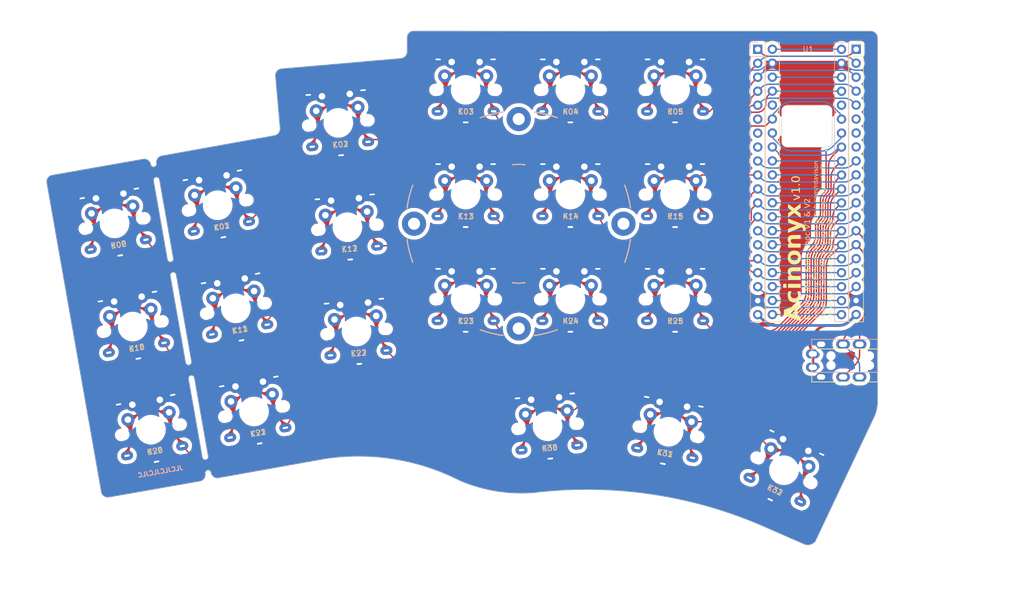
<source format=kicad_pcb>
(kicad_pcb (version 20221018) (generator pcbnew)
  (title_block (title "Acinonyx") (date "2023-11-13") (rev "rev1.0") (comment 1 "Based on Cantor by Diego Palacios https://github.com/diepala/cantor") (comment 2 "Based on Cantor MX by Ryan Neff https://github.com/JellyTitan") (comment 3 "Acinonyx by Richard Davison https://github.com/rdavison/acinonyx") (comment 4 "Supports Cherry MX Switches, as well as Kailh Choc V1 & V2"))
  (layers (0 "F.Cu" signal) (31 "B.Cu" signal) (34 "B.Paste" user) (35 "F.Paste" user) (36 "B.SilkS" user "B.Silkscreen") (37 "F.SilkS" user "F.Silkscreen") (38 "B.Mask" user) (39 "F.Mask" user) (44 "Edge.Cuts" user))
  (net 0 "")
  (net 1 "+3V3")
  (net 2 "GND")
  (net 3 "/TX")
  (net 4 "/RX")
  (net 5 "/k00")
  (net 6 "/k01")
  (net 7 "/k02")
  (net 8 "/k03")
  (net 9 "/k04")
  (net 10 "/k05")
  (net 11 "/k10")
  (net 12 "/k11")
  (net 13 "/k12")
  (net 14 "/k13")
  (net 15 "/k14")
  (net 16 "/k15")
  (net 17 "/k20")
  (net 18 "/k21")
  (net 19 "/k22")
  (net 20 "/k23")
  (net 21 "/k24")
  (net 22 "/k25")
  (net 23 "/k30")
  (net 24 "/k31")
  (net 25 "/k32")
  (net 26 "unconnected-(U1-PB12-Pad1)")
  (net 30 "unconnected-(U1-PA12-Pad9)")
  (net 31 "unconnected-(U1-5V-Pad18)")
  (net 32 "unconnected-(U1-VBat-Pad21)")
  (net 33 "unconnected-(U1-PC13-Pad22)")
  (net 34 "unconnected-(U1-PC14-Pad23)")
  (net 35 "unconnected-(U1-PC15-Pad24)")
  (net 36 "unconnected-(U1-RES-Pad25)")
  (net 38 "unconnected-(U1-5V-Pad40)")
  (footprint "Cantor_MX:CherryMX_ChocV2_1u_DS" (layer "F.Cu") (at 164 96.1)
    (fp_text reference "K25" hide)
    (fp_text value "KEYSW" hide)
  )
  (footprint "Cantor_MX:Tenting_Puck.kicad_mod" (layer "F.Cu") (at 135.56 82.35)
    (fp_text reference "REF**")
    (fp_text value "Tenting Puck")
  )
  (footprint "Cantor_MX:CherryMX_ChocV2_1u_DS" (layer "F.Cu") (at 144.95 96.1)
    (fp_text reference "K24" hide)
    (fp_text value "KEYSW" hide)
  )
  (footprint "Cantor_MX:CherryMX_ChocV2_1u_DS" (layer "F.Cu") (at 87.409067 116.513358 10)
    (fp_text reference "K21" hide)
    (fp_text value "KEYSW" hide)
  )
  (footprint "LOGO" (layer "F.Cu") (at 116.2 118.71)
    (fp_text reference "G***" hide)
    (fp_text value "LOGO" hide)
  )
  (footprint "Cantor_MX:CherryMX_ChocV2_1u_DS" (layer "F.Cu") (at 102.735453 64.011386 5)
    (fp_text reference "K02" hide)
    (fp_text value "KEYSW" hide)
  )
  (footprint "Cantor_MX:CherryMX_ChocV2_1u_DS" (layer "F.Cu") (at 65.340482 101.060768 10)
    (fp_text reference "K10" hide)
    (fp_text value "KEYSW" hide)
  )
  (footprint "Cantor_MX:CherryMX_ChocV2_1u_DS" (layer "F.Cu") (at 144.95 58)
    (fp_text reference "K04" hide)
    (fp_text value "KEYSW" hide)
  )
  (footprint "Cantor_MX:CherryMX_ChocV2_1u_DS" (layer "F.Cu") (at 104.39577 82.988895 5)
    (fp_text reference "K12" hide)
    (fp_text value "KEYSW" hide)
  )
  (footprint "Cantor_MX:CherryMX_ChocV2_1u_DS" (layer "F.Cu") (at 140.8 119.2 5)
    (fp_text reference "K30" hide)
    (fp_text value "KEYSW" hide)
  )
  (footprint "Cantor_MX:CherryMX_ChocV2_1u_DS" (layer "F.Cu") (at 80.793071 78.992183 10)
    (fp_text reference "K01" hide)
    (fp_text value "KEYSW" hide)
  )
  (footprint "Cantor_MX:CherryMX_ChocV2_1u_DS" (layer "F.Cu") (at 144.95 77.05)
    (fp_text reference "K14" hide)
    (fp_text value "KEYSW" hide)
  )
  (footprint "Cantor_MX:CherryMX_ChocV2_1u_DS" (layer "F.Cu") (at 125.9 96.1)
    (fp_text reference "K23" hide)
    (fp_text value "KEYSW" hide)
  )
  (footprint "Cantor_MX:CherryMX_ChocV2_1u_DS" (layer "F.Cu") (at 125.9 58)
    (fp_text reference "K03" hide)
    (fp_text value "KEYSW" hide)
  )
  (footprint "Cantor_MX:CherryMX_ChocV2_1u_DS" (layer "F.Cu") (at 106.056087 101.966404 5)
    (fp_text reference "K22" hide)
    (fp_text value "KEYSW" hide)
  )
  (footprint "Cantor_MX:MJ-4PP-9_Cantor_MX_TX-RX_Crossover" (layer "F.Cu") (at 200.86 108.12 -90)
    (fp_text reference "J1")
    (fp_text value "TRRS" hide)
  )
  (footprint "Cantor_MX:CherryMX_ChocV2_1u_DS" (layer "F.Cu") (at 164 77.05)
    (fp_text reference "K15" hide)
    (fp_text value "KEYSW" hide)
  )
  (footprint "Cantor_MX:CherryMX_ChocV2_1u_DS" (layer "F.Cu") (at 183.8 127.2 -25)
    (fp_text reference "K32" hide)
    (fp_text value "KEYSW" hide)
  )
  (footprint "Cantor_MX:CherryMX_ChocV2_1u_DS" (layer "F.Cu") (at 84.101069 97.75277 10)
    (fp_text reference "K11" hide)
    (fp_text value "KEYSW" hide)
  )
  (footprint "Cantor_MX:Cantor_DS_YAAJ_WeAct_BlackPill_2" (layer "F.Cu") (at 179.155 50.6)
    (fp_text reference "U1")
    (fp_text value "YAAJ_WeAct_BlackPill_Part_Like" hide)
  )
  (footprint "Cantor_MX:CherryMX_ChocV2_1u_DS" (layer "F.Cu") (at 164 58)
    (fp_text reference "K05" hide)
    (fp_text value "KEYSW" hide)
  )
  (footprint "Cantor_MX:CherryMX_ChocV2_1u_DS" (layer "F.Cu") (at 68.64848 119.821356 10)
    (fp_text reference "K20" hide)
    (fp_text value "KEYSW" hide)
  )
  (footprint "Cantor_MX:CherryMX_ChocV2_1u_DS" (layer "F.Cu") (at 125.9 77.05)
    (fp_text reference "K13" hide)
    (fp_text value "KEYSW" hide)
  )
  (footprint "Cantor_MX:CherryMX_ChocV2_1u_DS" (layer "F.Cu") (at 62.032484 82.300181 10)
    (fp_text reference "K00" hide)
    (fp_text value "KEYSW" hide)
  )
  (footprint "Cantor_MX:CherryMX_ChocV2_1u_DS" (layer "F.Cu") (at 162.8 120.2 -10)
    (fp_text reference "K31" hide)
    (fp_text value "KEYSW" hide)
  )
  (gr_line (start 72.215481 91.791967) (end 75.002574 107.598615) (stroke (width 0.1)) (layer "Edge.Cuts"))
  (gr_arc (start 115.226552 51.006896) (mid 114.864376 51.881273) (end 113.99 52.243452) (stroke (width 0.1)) (layer "Edge.Cuts"))
  (gr_arc (start 192.585 67.41) (mid 192.292107 68.117107) (end 191.585 68.41) (stroke (width 0.1)) (layer "Edge.Cuts"))
  (gr_line (start 75.987382 107.424968) (end 73.200289 91.61832) (stroke (width 0.1)) (layer "Edge.Cuts"))
  (gr_line (start 80.967806 128.606927) (end 100.160267 125.170296) (stroke (width 0.1)) (layer "Edge.Cuts"))
  (gr_line (start 189.53 140.16) (end 200.148728 117.713239) (stroke (width 0.1)) (layer "Edge.Cuts"))
  (gr_line (start 75.523518 110.553038) (end 78.041115 124.831269) (stroke (width 0.1)) (layer "Edge.Cuts"))
  (gr_arc (start 183.385 61.81) (mid 183.677952 61.102952) (end 184.385 60.81) (stroke (width 0.1)) (layer "Edge.Cuts"))
  (gr_line (start 183.385 67.41) (end 183.385 61.81) (stroke (width 0.1)) (layer "Edge.Cuts"))
  (gr_arc (start 75.929098 109.973811) (mid 76.302711 110.056638) (end 76.508326 110.379391) (stroke (width 0.1)) (layer "Edge.Cuts"))
  (gr_line (start 191.585 68.41) (end 184.385 68.41) (stroke (width 0.1)) (layer "Edge.Cuts"))
  (gr_line (start 70.615935 69.955644) (end 90.97468 66.287243) (stroke (width 0.1)) (layer "Edge.Cuts"))
  (gr_line (start 199.57 47.29) (end 157.01 47.29) (stroke (width 0.1)) (layer "Edge.Cuts"))
  (gr_line (start 115.226552 48.48) (end 115.226552 51.006896) (stroke (width 0.1)) (layer "Edge.Cuts"))
  (gr_line (start 116.463104 47.243448) (end 137.903104 47.3) (stroke (width 0.1)) (layer "Edge.Cuts"))
  (gr_arc (start 79.025923 124.657621) (mid 78.943096 125.031227) (end 78.620343 125.236849) (stroke (width 0.1)) (layer "Edge.Cuts"))
  (gr_line (start 192.577893 61.81) (end 192.585 67.41) (stroke (width 0.1)) (layer "Edge.Cuts"))
  (gr_line (start 137.903104 47.3) (end 157.01 47.29) (stroke (width 0.1)) (layer "Edge.Cuts"))
  (gr_line (start 69.16699 74.502886) (end 71.694536 88.837544) (stroke (width 0.1)) (layer "Edge.Cuts"))
  (gr_arc (start 69.57257 73.923658) (mid 69.94618 74.006483) (end 70.151798 74.329237) (stroke (width 0.1)) (layer "Edge.Cuts"))
  (gr_arc (start 199.57 47.29) (mid 200.482631 47.638814) (end 200.86 48.54) (stroke (width 0.1)) (layer "Edge.Cuts"))
  (gr_line (start 92.403842 54.117645) (end 113.99 52.243452) (stroke (width 0.1)) (layer "Edge.Cuts"))
  (gr_arc (start 200.86 114.89) (mid 200.666067 116.342358) (end 200.148728 117.713239) (stroke (width 0.1)) (layer "Edge.Cuts"))
  (gr_arc (start 72.273764 89.243124) (mid 71.900144 89.160285) (end 71.694536 88.837544) (stroke (width 0.1)) (layer "Edge.Cuts"))
  (gr_arc (start 75.581801 108.004196) (mid 75.208189 107.921367) (end 75.002574 107.598615) (stroke (width 0.1)) (layer "Edge.Cuts"))
  (gr_arc (start 191.577893 60.81) (mid 192.285004 61.102891) (end 192.577893 61.81) (stroke (width 0.1)) (layer "Edge.Cuts"))
  (gr_arc (start 78.562059 127.785693) (mid 78.644899 127.412107) (end 78.96764 127.206465) (stroke (width 0.1)) (layer "Edge.Cuts"))
  (gr_arc (start 138.43 131.299999) (mid 131.503697 131.043364) (end 124.845278 129.118525) (stroke (width 0.1)) (layer "Edge.Cuts"))
  (gr_arc (start 80.967806 128.606927) (mid 80.053069 128.409964) (end 79.548636 127.621846) (stroke (width 0.1)) (layer "Edge.Cuts"))
  (gr_arc (start 78.562059 127.785693) (mid 78.365132 128.700485) (end 77.576979 129.204862) (stroke (width 0.1)) (layer "Edge.Cuts"))
  (gr_arc (start 69.225273 71.954042) (mid 68.84756 71.868347) (end 68.644276 71.53866) (stroke (width 0.1)) (layer "Edge.Cuts"))
  (gr_arc (start 72.621061 91.21274) (mid 72.994675 91.295579) (end 73.200289 91.61832) (stroke (width 0.1)) (layer "Edge.Cuts"))
  (gr_arc (start 91.266371 55.458436) (mid 91.555295 54.550667) (end 92.403842 54.117645) (stroke (width 0.1)) (layer "Edge.Cuts"))
  (gr_line (start 79.025923 124.657621) (end 76.508326 110.379391) (stroke (width 0.1)) (layer "Edge.Cuts"))
  (gr_line (start 179.698533 137.269449) (end 187.513868 140.691488) (stroke (width 0.1)) (layer "Edge.Cuts"))
  (gr_arc locked (start 61.004224 132.127046) (mid 60.089458 131.930106) (end 59.585054 131.141964) (stroke (width 0.1)) (layer "Edge.Cuts"))
  (gr_arc (start 69.16699 74.502886) (mid 69.249814 74.129285) (end 69.57257 73.923658) (stroke (width 0.1)) (layer "Edge.Cuts"))
  (gr_arc (start 49.669145 74.906046) (mid 49.873987 73.982064) (end 50.672186 73.473555) (stroke (width 0.1)) (layer "Edge.Cuts"))
  (gr_arc (start 92.098754 64.947624) (mid 91.814153 65.85023) (end 90.97468 66.287243) (stroke (width 0.1)) (layer "Edge.Cuts"))
  (gr_line (start 184.385 60.81) (end 191.577893 60.81) (stroke (width 0.1)) (layer "Edge.Cuts"))
  (gr_arc (start 100.160267 125.170296) (mid 112.814122 125.1978) (end 124.845278 129.118525) (stroke (width 0.1)) (layer "Edge.Cuts"))
  (gr_line (start 50.672186 73.473555) (end 67.225106 70.55358) (stroke (width 0.1)) (layer "Edge.Cuts"))
  (gr_arc (start 69.630853 71.374814) (mid 69.548055 71.748461) (end 69.225273 71.954042) (stroke (width 0.1)) (layer "Edge.Cuts"))
  (gr_arc (start 72.679345 88.663897) (mid 72.596468 89.037458) (end 72.273764 89.243124) (stroke (width 0.1)) (layer "Edge.Cuts"))
  (gr_arc (start 67.225106 70.55358) (mid 68.13987 70.750518) (end 68.644276 71.53866) (stroke (width 0.1)) (layer "Edge.Cuts"))
  (gr_arc (start 78.96764 127.206465) (mid 79.345354 127.292171) (end 79.548636 127.621846) (stroke (width 0.1)) (layer "Edge.Cuts"))
  (gr_arc (start 115.226552 48.48) (mid 115.58873 47.605627) (end 116.463104 47.243448) (stroke (width 0.1)) (layer "Edge.Cuts"))
  (gr_arc (start 78.620343 125.236849) (mid 78.246724 125.154013) (end 78.041115 124.831269) (stroke (width 0.1)) (layer "Edge.Cuts"))
  (gr_arc (start 69.630853 71.374814) (mid 69.827777 70.460025) (end 70.615935 69.955644) (stroke (width 0.1)) (layer "Edge.Cuts"))
  (gr_arc (start 184.385 68.41) (mid 183.680787 68.114213) (end 183.385 67.41) (stroke (width 0.1)) (layer "Edge.Cuts"))
  (gr_line (start 91.266371 55.458436) (end 92.098754 64.947624) (stroke (width 0.1)) (layer "Edge.Cuts"))
  (gr_arc (start 138.43 131.3) (mid 159.45772 131.564663) (end 179.698533 137.269449) (stroke (width 0.1)) (layer "Edge.Cuts"))
  (gr_line (start 77.576979 129.204862) (end 61.004224 132.127046) (stroke (width 0.1)) (layer "Edge.Cuts"))
  (gr_arc (start 75.987382 107.424968) (mid 75.904553 107.79858) (end 75.581801 108.004196) (stroke (width 0.1)) (layer "Edge.Cuts"))
  (gr_arc (start 72.215481 91.791967) (mid 72.298307 91.41836) (end 72.621061 91.21274) (stroke (width 0.1)) (layer "Edge.Cuts"))
  (gr_arc (start 75.523518 110.553038) (mid 75.606346 110.179426) (end 75.929098 109.973811) (stroke (width 0.1)) (layer "Edge.Cuts"))
  (gr_line (start 72.679345 88.663897) (end 70.151798 74.329237) (stroke (width 0.1)) (layer "Edge.Cuts"))
  (gr_line (start 200.86 114.89) (end 200.86 48.54) (stroke (width 0.1)) (layer "Edge.Cuts"))
  (gr_arc (start 189.53 140.16) (mid 188.605921 140.739577) (end 187.513868 140.691488) (stroke (width 0.1)) (layer "Edge.Cuts"))
  (gr_line locked (start 59.585054 131.141964) (end 49.669145 74.906046) (stroke (width 0.1)) (layer "Edge.Cuts"))
  (gr_text "JLCJLCJLCJLC" (at 74.61 127.15 10) (layer "B.SilkS") (effects (font (size 0.8 0.8) (thickness 0.2) bold) (justify left bottom mirror)))
  (gr_text "Acinonyx by Richard Davison | github.com/rdavison\nBased on Cantor MX by Diego Palacios / Ryan Neff\nhttps://github.com/diepala/cantor" (at 189.17 99.78 90) (layer "F.SilkS") (effects (font (size 0.8 0.8) (thickness 0.1875)) (justify left top)))
  (gr_text "Acinonyx" (at 185.6 100.1 90) (layer "F.SilkS") (effects (font (size 3 3) (thickness 0.6) bold) (justify left)))
  (gr_text "v1.0" (at 186.94 78.16 90) (layer "F.SilkS") (effects (font (size 1.5 1.5) (thickness 0.1875)) (justify left bottom)))
  (gr_text "Cherry MX | Kailh Choc V1 & V2" (at 187.52 99.82 90) (layer "F.SilkS") (effects (font (size 1 1) (thickness 0.125)) (justify left top)))
  (segment (start 191.806981 100.85) (end 193.818018 100.85) (width 0.5) (layer "F.Cu") (net 1))
  (segment (start 188.549432 103.895) (end 188.549432 104.448405) (width 0.5) (layer "F.Cu") (net 1))
  (segment (start 189.06 105.32) (end 189.06 108.47) (width 0.5) (layer "F.Cu") (net 1))
  (segment (start 189.883103 101.646896) (end 189.196032 102.333966) (width 0.5) (layer "F.Cu") (net 1))
  (segment (start 189.06 105.32) (end 188.804716 105.064716) (width 0.5) (layer "F.Cu") (net 1))
  (segment (start 195.741896 100.053103) (end 196.935 98.86) (width 0.5) (layer "F.Cu") (net 1))
  (arc (start 189.883103 101.646896) (mid 190.765786 101.057106) (end 191.806981 100.85) (width 0.5) (layer "F.Cu") (net 1))
  (arc (start 195.741896 100.053103) (mid 194.859213 100.642893) (end 193.818018 100.85) (width 0.5) (layer "F.Cu") (net 1))
  (arc (start 188.549432 103.895) (mid 188.717477 103.050174) (end 189.196032 102.333966) (width 0.5) (layer "F.Cu") (net 1))
  (arc (start 188.804716 105.064716) (mid 188.615778 104.78195) (end 188.549432 104.448405) (width 0.5) (layer "F.Cu") (net 1))
  (segment (start 180.208103 100.053103) (end 179.035 98.88) (width 0.5) (layer "B.Cu") (net 1))
  (segment (start 195.741896 100.053103) (end 196.935 98.86) (width 0.5) (layer "B.Cu") (net 1))
  (segment (start 182.131981 100.85) (end 193.818018 100.85) (width 0.5) (layer "B.Cu") (net 1))
  (segment (start 194.240857 55.68) (end 181.695 55.68) (width 0.25) (layer "B.Cu") (net 1))
  (arc (start 195.741896 100.053103) (mid 194.859213 100.642893) (end 193.818018 100.85) (width 0.5) (layer "B.Cu") (net 1))
  (arc (start 182.131981 100.85) (mid 181.090786 100.642893) (end 180.208103 100.053103) (width 0.5) (layer "B.Cu") (net 1))
  (segment (start 183.081562 53.14) (end 183.093515 53.14) (width 0.25) (layer "B.Cu") (net 2))
  (segment (start 183.093515 53.14) (end 194.240857 53.14) (width 0.25) (layer "B.Cu") (net 2))
  (segment (start 181.168883 97.59) (end 194.766974 97.59) (width 0.25) (layer "B.Cu") (net 2))
  (segment (start 182.603436 53.14) (end 183.081562 53.14) (width 0.25) (layer "B.Cu") (net 2))
  (segment (start 182.555623 53.14) (end 182.412186 53.14) (width 0.25) (layer "B.Cu") (net 2))
  (segment (start 179.66 96.965) (end 179.035 96.34) (width 0.25) (layer "B.Cu") (net 2))
  (segment (start 195.382833 53.764999) (end 195.008301 53.390468) (width 0.25) (layer "B.Cu") (net 2))
  (segment (start 182.555623 53.14) (end 182.603436 53.14) (width 0.25) (layer "B.Cu") (net 2))
  (segment (start 169.034142 52.484142) (end 169 52.45) (width 0.25) (layer "B.Cu") (net 2))
  (segment (start 196.94 54.41) (end 198.66 54.41) (width 0.25) (layer "B.Cu") (net 2))
  (segment (start 169.034142 53.174142) (end 169.034142 52.484142) (width 0.25) (layer "B.Cu") (net 2))
  (segment (start 170.250009 54.390009) (end 169.034142 53.174142) (width 0.25) (layer "B.Cu") (net 2))
  (segment (start 180.659531 53.410468) (end 180.284999 53.784999) (width 0.25) (layer "B.Cu") (net 2))
  (segment (start 179.157915 54.390009) (end 170.250009 54.390009) (width 0.25) (layer "B.Cu") (net 2))
  (segment (start 196.3 96.955) (end 196.935 96.32) (width 0.25) (layer "B.Cu") (net 2))
  (arc (start 181.3125 53.14) (mid 180.959115 53.210292) (end 180.659531 53.410468) (width 0.25) (layer "B.Cu") (net 2))
  (arc (start 195.008301 53.390468) (mid 194.708717 53.190292) (end 194.355332 53.12) (width 0.25) (layer "B.Cu") (net 2))
  (arc (start 194.766974 97.59) (mid 195.596641 97.424968) (end 196.3 96.955) (width 0.25) (layer "B.Cu") (net 2))
  (arc (start 180.284999 53.784999) (mid 179.765926 54.169972) (end 179.157915 54.390009) (width 0.25) (layer "B.Cu") (net 2))
  (arc (start 195.382833 53.764999) (mid 196.097267 54.242369) (end 196.94 54.41) (width 0.25) (layer "B.Cu") (net 2))
  (arc (start 181.168883 97.59) (mid 180.352281 97.427567) (end 179.66 96.965) (width 0.25) (layer "B.Cu") (net 2))
  (segment (start 197.94 100.49) (end 198.32 100.11) (width 0.25) (layer "F.Cu") (net 3))
  (segment (start 198.98 86.791981) (end 198.98 98.516619) (width 0.25) (layer "F.Cu") (net 3))
  (segment (start 197.56 104.27) (end 197.56 101.407401) (width 0.25) (layer "F.Cu") (net 3))
  (segment (start 198.183103 84.868103) (end 196.935 83.62) (width 0.25) (layer "F.Cu") (net 3))
  (segment (start 196.763103 108.016896) (end 194.56 110.22) (width 0.25) (layer "F.Cu") (net 3))
  (segment (start 197.56 106.093018) (end 197.56 104.27) (width 0.25) (layer "F.Cu") (net 3))
  (arc (start 198.98 98.516619) (mid 198.808471 99.37895) (end 198.32 100.11) (width 0.25) (layer "F.Cu") (net 3))
  (arc (start 197.56 106.093018) (mid 197.352893 107.134213) (end 196.763103 108.016896) (width 0.25) (layer "F.Cu") (net 3))
  (arc (start 198.98 86.791981) (mid 198.772893 85.750786) (end 198.183103 84.868103) (width 0.25) (layer "F.Cu") (net 3))
  (arc (start 197.94 100.49) (mid 197.658758 100.910907) (end 197.56 101.407401) (width 0.25) (layer "F.Cu") (net 3))
  (segment (start 196.29 84.265) (end 196.935 83.62) (width 0.25) (layer "B.Cu") (net 3))
  (segment (start 179.67 84.275) (end 179.035 83.64) (width 0.25) (layer "B.Cu") (net 3))
  (segment (start 194.732832 84.91) (end 181.203025 84.91) (width 0.25) (layer "B.Cu") (net 3))
  (arc (start 179.67 84.275) (mid 180.373357 84.744968) (end 181.203025 84.91) (width 0.25) (layer "B.Cu") (net 3))
  (arc (start 194.732832 84.91) (mid 195.575565 84.742369) (end 196.29 84.265) (width 0.25) (layer "B.Cu") (net 3))
  (segment (start 195.031231 102.748768) (end 197.733592 100.046407) (width 0.25) (layer "F.Cu") (net 4))
  (segment (start 197.733592 86.958592) (end 196.935 86.16) (width 0.25) (layer "F.Cu") (net 4))
  (segment (start 198.530489 98.122529) (end 198.530489 88.88247) (width 0.25) (layer "F.Cu") (net 4))
  (arc (start 198.530489 88.88247) (mid 198.323382 87.841275) (end 197.733592 86.958592) (width 0.25) (layer "F.Cu") (net 4))
  (arc (start 195.031231 102.748768) (mid 194.756479 103.159963) (end 194.66 103.645) (width 0.25) (layer "F.Cu") (net 4))
  (arc (start 197.733592 100.046407) (mid 198.323382 99.163724) (end 198.530489 98.122529) (width 0.25) (layer "F.Cu") (net 4))
  (segment (start 194.749903 87.44) (end 181.185954 87.44) (width 0.25) (layer "B.Cu") (net 4))
  (segment (start 197.56 108.396981) (end 197.56 110.22) (width 0.25) (layer "B.Cu") (net 4))
  (segment (start 179.665 86.81) (end 179.035 86.18) (width 0.25) (layer "B.Cu") (net 4))
  (segment (start 196.763103 106.473103) (end 194.56 104.27) (width 0.25) (layer "B.Cu") (net 4))
  (segment (start 196.295 86.8) (end 196.935 86.16) (width 0.25) (layer "B.Cu") (net 4))
  (arc (start 179.665 86.81) (mid 180.362819 87.276268) (end 181.185954 87.44) (width 0.25) (layer "B.Cu") (net 4))
  (arc (start 196.763103 106.473103) (mid 197.352893 107.355786) (end 197.56 108.396981) (width 0.25) (layer "B.Cu") (net 4))
  (arc (start 194.749903 87.44) (mid 195.586103 87.273669) (end 196.295 86.8) (width 0.25) (layer "B.Cu") (net 4))
  (segment (start 116.926396 67.93) (end 109.07 70.42) (width 0.25) (layer "F.Cu") (net 5))
  (segment (start 91.79 86.79) (end 77.46 89.39) (width 0.25) (layer "F.Cu") (net 5))
  (segment (start 77.46 89.39) (end 71.91 90.29) (width 0.25) (layer "F.Cu") (net 5))
  (segment (start 109.07 70.42) (end 94.41 74.94) (width 0.25) (layer "F.Cu") (net 5))
  (segment (start 180.425519 64.569481) (end 181.695 63.3) (width 0.25) (layer "F.Cu") (net 5))
  (segment (start 175.406914 64.569481) (end 180.425519 64.569481) (width 0.25) (layer "F.Cu") (net 5))
  (segment (start 152.473018 67.93) (end 116.926396 67.93) (width 0.25) (layer "F.Cu") (net 5))
  (segment (start 152.27 67.94) (end 172.036395 67.94) (width 0.25) (layer "F.Cu") (net 5))
  (segment (start 94.41 74.94) (end 91.79 86.79) (width 0.25) (layer "F.Cu") (net 5))
  (segment (start 71.91 90.29) (end 67.732231 85.255326) (width 0.25) (layer "F.Cu") (net 5))
  (segment (start 172.036395 67.94) (end 175.406914 64.569481) (width 0.25) (layer "F.Cu") (net 5))
  (segment (start 152.26 67.93) (end 152.27 67.94) (width 0.25) (layer "F.Cu") (net 5))
  (segment (start 181.997092 62.252908) (end 183.322908 60.927092) (width 0.25) (layer "B.Cu") (net 5))
  (segment (start 190.692822 60.130196) (end 185.246786 60.130196) (width 0.25) (layer "B.Cu") (net 5))
  (segment (start 193.990193 62.300586) (end 192.6167 60.927093) (width 0.25) (layer "B.Cu") (net 5))
  (arc (start 190.692822 60.130196) (mid 191.734017 60.337303) (end 192.6167 60.927093) (width 0.25) (layer "B.Cu") (net 5))
  (arc (start 183.322908 60.927092) (mid 184.205591 60.337303) (end 185.246786 60.130196) (width 0.25) (layer "B.Cu") (net 5))
  (arc (start 193.990193 62.300586) (mid 194.200836 62.615835) (end 194.274803 62.987696) (width 0.25) (layer "B.Cu") (net 5))
  (arc (start 181.997092 62.252908) (mid 181.773366 62.587738) (end 181.694803 62.982696) (width 0.25) (layer "B.Cu") (net 5))
  (segment (start 178.975533 62.06) (end 178.406981 62.06) (width 0.25) (layer "F.Cu") (net 6))
  (segment (start 180.5 60.259992) (end 180.5 60.535533) (width 0.25) (layer "F.Cu") (net 6))
  (segment (start 109.46 69.78) (end 94.17 74.42) (width 0.25) (layer "F.Cu") (net 6))
  (segment (start 94.17 74.42) (end 86.492818 81.947328) (width 0.25) (layer "F.Cu") (net 6))
  (segment (start 176.483103 62.856896) (end 171.849999 67.49) (width 0.25) (layer "F.Cu") (net 6))
  (segment (start 181.695 58.22) (end 181.0975 58.8175) (width 0.25) (layer "F.Cu") (net 6))
  (segment (start 116.739501 67.480499) (end 109.46 69.78) (width 0.25) (layer "F.Cu") (net 6))
  (segment (start 171.849999 67.49) (end 152.79 67.49) (width 0.25) (layer "F.Cu") (net 6))
  (segment (start 152.659207 67.480499) (end 116.739501 67.480499) (width 0.25) (layer "F.Cu") (net 6))
  (arc (start 180.5 60.535533) (mid 180.383956 61.118921) (end 180.053494 61.613494) (width 0.25) (layer "F.Cu") (net 6))
  (arc (start 180.053494 61.613494) (mid 179.558921 61.943956) (end 178.975533 62.06) (width 0.25) (layer "F.Cu") (net 6))
  (arc (start 178.406981 62.06) (mid 177.365786 62.267106) (end 176.483103 62.856896) (width 0.25) (layer "F.Cu") (net 6))
  (arc (start 181.0975 58.8175) (mid 180.655285 59.479321) (end 180.5 60.259992) (width 0.25) (layer "F.Cu") (net 6))
  (segment (start 194.240857 58.22) (end 181.695 58.22) (width 0.25) (layer "B.Cu") (net 6))
  (segment (start 108.577006 67.030998) (end 108.155953 67.452051) (width 0.25) (layer "F.Cu") (net 7))
  (segment (start 171.649001 67.030998) (end 151.95 67.030998) (width 0.25) (layer "F.Cu") (net 7))
  (segment (start 152.845396 67.030998) (end 108.577006 67.030998) (width 0.25) (layer "F.Cu") (net 7))
  (segment (start 177.498716 61.181283) (end 171.649001 67.030998) (width 0.25) (layer "F.Cu") (net 7))
  (arc (start 178.4675 60.78) (mid 177.943198 60.88429) (end 177.498716 61.181283) (width 0.25) (layer "F.Cu") (net 7))
  (segment (start 181.203025 59.51) (end 194.801116 59.51) (width 0.25) (layer "B.Cu") (net 7))
  (segment (start 179.67 60.145) (end 179.035 60.78) (width 0.25) (layer "B.Cu") (net 7))
  (segment (start 196.31 60.135) (end 196.935 60.76) (width 0.25) (layer "B.Cu") (net 7))
  (arc (start 196.31 60.135) (mid 195.617718 59.672432) (end 194.801116 59.51) (width 0.25) (layer "B.Cu") (net 7))
  (arc (start 179.67 60.145) (mid 180.373357 59.675031) (end 181.203025 59.51) (width 0.25) (layer "B.Cu") (net 7))
  (segment (start 171.462811 66.581497) (end 177.288476 60.755832) (width 0.25) (layer "F.Cu") (net 8))
  (segment (start 133.67 66.55) (end 131 61.9) (width 0.25) (layer "F.Cu") (net 8))
  (segment (start 177.296099 60.74728) (end 177.470042 60.573338) (width 0.25) (layer "F.Cu") (net 8))
  (segment (start 152.89 66.581497) (end 171.462811 66.581497) (width 0.25) (layer "F.Cu") (net 8))
  (segment (start 177.291523 60.748476) (end 177.293213 60.748476) (width 0.25) (layer "F.Cu") (net 8))
  (segment (start 153.031585 66.581497) (end 133.67 66.55) (width 0.25) (layer "F.Cu") (net 8))
  (segment (start 178.013334 59.261665) (end 179.035 58.24) (width 0.25) (layer "F.Cu") (net 8))
  (arc (start 177.293213 60.748476) (mid 177.294775 60.748165) (end 177.296099 60.74728) (width 0.25) (layer "F.Cu") (net 8))
  (arc (start 177.288476 60.755832) (mid 177.289586 60.754133) (end 177.29 60.752154) (width 0.25) (layer "F.Cu") (net 8))
  (arc (start 177.470042 60.573338) (mid 177.671091 60.272449) (end 177.74169 59.9175) (width 0.25) (layer "F.Cu") (net 8))
  (arc (start 177.74169 59.9175) (mid 177.812288 59.562551) (end 178.013334 59.261665) (width 0.25) (layer "F.Cu") (net 8))
  (arc (start 177.29 60.752154) (mid 177.290395 60.750163) (end 177.291523 60.748476) (width 0.25) (layer "F.Cu") (net 8))
  (segment (start 196.31 57.595) (end 196.935 58.22) (width 0.25) (layer "B.Cu") (net 8))
  (segment (start 181.203025 56.97) (end 194.801116 56.97) (width 0.25) (layer "B.Cu") (net 8))
  (segment (start 179.67 57.605) (end 179.035 58.24) (width 0.25) (layer "B.Cu") (net 8))
  (arc (start 194.801116 56.97) (mid 195.617718 57.132432) (end 196.31 57.595) (width 0.25) (layer "B.Cu") (net 8))
  (arc (start 181.203025 56.97) (mid 180.373357 57.135031) (end 179.67 57.605) (width 0.25) (layer "B.Cu") (net 8))
  (segment (start 178.936782 55.798217) (end 177.846032 56.888967) (width 0.25) (layer "F.Cu") (net 9))
  (segment (start 177.3 58.207207) (end 177.3 58.979414) (width 0.25) (layer "F.Cu") (net 9))
  (segment (start 176.503103 60.903292) (end 171.296395 66.11) (width 0.25) (layer "F.Cu") (net 9))
  (segment (start 150.476066 62.006066) (end 150.456066 62.006066) (width 0.25) (layer "F.Cu") (net 9))
  (segment (start 171.296395 66.11) (end 154.58 66.11) (width 0.25) (layer "F.Cu") (net 9))
  (segment (start 154.58 66.11) (end 150.476066 62.006066) (width 0.25) (layer "F.Cu") (net 9))
  (arc (start 177.846032 56.888967) (mid 177.441909 57.49378) (end 177.3 58.207207) (width 0.25) (layer "F.Cu") (net 9))
  (arc (start 177.3 58.979414) (mid 177.09289 60.020608) (end 176.503103 60.903292) (width 0.25) (layer "F.Cu") (net 9))
  (segment (start 196.315 55.06) (end 196.935 55.68) (width 0.25) (layer "B.Cu") (net 9))
  (segment (start 181.185954 54.44) (end 194.818187 54.44) (width 0.25) (layer "B.Cu") (net 9))
  (segment (start 179.665 55.07) (end 179.277184 55.457815) (width 0.25) (layer "B.Cu") (net 9))
  (arc (start 179.665 55.07) (mid 180.362819 54.603731) (end 181.185954 54.44) (width 0.25) (layer "B.Cu") (net 9))
  (arc (start 196.315 55.06) (mid 195.628256 54.601132) (end 194.818187 54.44) (width 0.25) (layer "B.Cu") (net 9))
  (segment (start 179.035 53.16) (end 170.295 61.9) (width 0.25) (layer "F.Cu") (net 10))
  (segment (start 170.295 61.9) (end 169.1 61.9) (width 0.25) (layer "F.Cu") (net 10))
  (segment (start 181.203025 51.89) (end 194.801116 51.89) (width 0.25) (layer "B.Cu") (net 10))
  (segment (start 179.67 52.525) (end 179.035 53.16) (width 0.25) (layer "B.Cu") (net 10))
  (segment (start 196.31 52.515) (end 196.935 53.14) (width 0.25) (layer "B.Cu") (net 10))
  (arc (start 196.31 52.515) (mid 195.617718 52.052432) (end 194.801116 51.89) (width 0.25) (layer "B.Cu") (net 10))
  (arc (start 179.67 52.525) (mid 180.373357 52.055031) (end 181.203025 51.89) (width 0.25) (layer "B.Cu") (net 10))
  (segment (start 116.952792 87.23) (end 173.573604 87.23) (width 0.25) (layer "F.Cu") (net 11))
  (segment (start 74.1 109.19) (end 85.94 106.98) (width 0.25) (layer "F.Cu") (net 11))
  (segment (start 95.19 105.43) (end 95.93 93.88) (width 0.25) (layer "F.Cu") (net 11))
  (segment (start 177.4 90.55) (end 177.782963 90.932963) (width 0.25) (layer "F.Cu") (net 11))
  (segment (start 71.9 105.48) (end 74.1 109.19) (width 0.25) (layer "F.Cu") (net 11))
  (segment (start 71.040229 104.015913) (end 71.9 105.48) (width 0.25) (layer "F.Cu") (net 11))
  (segment (start 95.22 105.46) (end 95.19 105.43) (width 0.25) (layer "F.Cu") (net 11))
  (segment (start 85.94 106.98) (end 92.99 105.81) (width 0.25) (layer "F.Cu") (net 11))
  (segment (start 175.983604 89.64) (end 177.4 89.64) (width 0.25) (layer "F.Cu") (net 11))
  (segment (start 92.99 105.81) (end 95.22 105.46) (width 0.25) (layer "F.Cu") (net 11))
  (segment (start 173.573604 87.23) (end 175.983604 89.64) (width 0.25) (layer "F.Cu") (net 11))
  (segment (start 177.4 89.64) (end 177.4 90.55) (width 0.25) (layer "F.Cu") (net 11))
  (segment (start 95.93 93.88) (end 106.71 90.48) (width 0.25) (layer "F.Cu") (net 11))
  (segment (start 111.98 88.81) (end 116.952792 87.23) (width 0.25) (layer "F.Cu") (net 11))
  (segment (start 106.71 90.48) (end 111.98 88.81) (width 0.25) (layer "F.Cu") (net 11))
  (arc (start 177.782963 90.932963) (mid 178.145205 91.175005) (end 178.5725 91.26) (width 0.25) (layer "F.Cu") (net 11))
  (segment (start 179.67 91.895) (end 179.035 91.26) (width 0.25) (layer "B.Cu") (net 11))
  (segment (start 181.203025 92.53) (end 194.732832 92.53) (width 0.25) (layer "B.Cu") (net 11))
  (segment (start 196.29 91.885) (end 196.935 91.24) (width 0.25) (layer "B.Cu") (net 11))
  (arc (start 196.29 91.885) (mid 195.575565 92.362369) (end 194.732832 92.53) (width 0.25) (layer "B.Cu") (net 11))
  (arc (start 179.67 91.895) (mid 180.373357 92.364968) (end 181.203025 92.53) (width 0.25) (layer "B.Cu") (net 11))
  (segment (start 95.78 93.38) (end 94.89 94.29) (width 0.25) (layer "F.Cu") (net 12))
  (segment (start 173.760499 86.780499) (end 116.765897 86.780499) (width 0.25) (layer "F.Cu") (net 12))
  (segment (start 116.765897 86.780499) (end 110.4 88.83) (width 0.25) (layer "F.Cu") (net 12))
  (segment (start 90.632085 100.707915) (end 89.800816 100.707915) (width 0.25) (layer "F.Cu") (net 12))
  (segment (start 110.4 88.83) (end 95.78 93.38) (width 0.25) (layer "F.Cu") (net 12))
  (segment (start 89.800816 99.939184) (end 89.800816 100.707915) (width 0.25) (layer "F.Cu") (net 12))
  (segment (start 176.060499 89.080499) (end 173.760499 86.780499) (width 0.25) (layer "F.Cu") (net 12))
  (segment (start 94.89 94.29) (end 89.800816 99.939184) (width 0.25) (layer "F.Cu") (net 12))
  (segment (start 177.955329 89.080499) (end 176.060499 89.080499) (width 0.25) (layer "F.Cu") (net 12))
  (arc (start 178.597505 88.814501) (mid 178.302872 89.011373) (end 177.955329 89.080499) (width 0.25) (layer "F.Cu") (net 12))
  (segment (start 179.67 89.355) (end 179.035 88.72) (width 0.25) (layer "B.Cu") (net 12))
  (segment (start 196.29 89.345) (end 196.935 88.7) (width 0.25) (layer "B.Cu") (net 12))
  (segment (start 181.203025 89.99) (end 194.732832 89.99) (width 0.25) (layer "B.Cu") (net 12))
  (arc (start 179.67 89.355) (mid 180.373357 89.824968) (end 181.203025 89.99) (width 0.25) (layer "B.Cu") (net 12))
  (arc (start 194.732832 89.99) (mid 195.575565 89.822369) (end 196.29 89.345) (width 0.25) (layer "B.Cu") (net 12))
  (segment (start 116.579002 86.330998) (end 112.9 86.27) (width 0.25) (layer "F.Cu") (net 13))
  (segment (start 112.9 86.27) (end 109.81627 86.42956) (width 0.25) (layer "F.Cu") (net 13))
  (segment (start 179.035 81.1) (end 173.804002 86.330998) (width 0.25) (layer "F.Cu") (net 13))
  (segment (start 173.804002 86.330998) (end 116.579002 86.330998) (width 0.25) (layer "F.Cu") (net 13))
  (segment (start 179.665 81.73) (end 179.035 81.1) (width 0.25) (layer "B.Cu") (net 13))
  (segment (start 181.185954 82.36) (end 194.749903 82.36) (width 0.25) (layer "B.Cu") (net 13))
  (segment (start 196.295 81.72) (end 196.935 81.08) (width 0.25) (layer "B.Cu") (net 13))
  (arc (start 181.185954 82.36) (mid 180.362819 82.196268) (end 179.665 81.73) (width 0.25) (layer "B.Cu") (net 13))
  (arc (start 196.295 81.72) (mid 195.586103 82.193669) (end 194.749903 82.36) (width 0.25) (layer "B.Cu") (net 13))
  (segment (start 176.836914 82.652091) (end 176.626974 82.862031) (width 0.25) (layer "F.Cu") (net 14))
  (segment (start 176.626974 82.871629) (end 173.617106 85.881497) (width 0.25) (layer "F.Cu") (net 14))
  (segment (start 179.035 78.56) (end 177.86 79.734999) (width 0.25) (layer "F.Cu") (net 14))
  (segment (start 173.617106 85.881497) (end 135.931497 85.881497) (width 0.25) (layer "F.Cu") (net 14))
  (segment (start 177.86 81.638603) (end 176.354301 83.144301) (width 0.25) (layer "F.Cu") (net 14))
  (segment (start 135.931497 85.881497) (end 131 80.95) (width 0.25) (layer "F.Cu") (net 14))
  (segment (start 176.626974 82.862031) (end 176.626974 82.871629) (width 0.25) (layer "F.Cu") (net 14))
  (segment (start 177.86 79.734999) (end 177.86 81.638603) (width 0.25) (layer "F.Cu") (net 14))
  (segment (start 194.749903 79.82) (end 181.185954 79.82) (width 0.25) (layer "B.Cu") (net 14))
  (segment (start 196.295 79.18) (end 196.935 78.54) (width 0.25) (layer "B.Cu") (net 14))
  (segment (start 179.665 79.19) (end 179.035 78.56) (width 0.25) (layer "B.Cu") (net 14))
  (arc (start 194.749903 79.82) (mid 195.586103 79.653669) (end 196.295 79.18) (width 0.25) (layer "B.Cu") (net 14))
  (arc (start 179.665 79.19) (mid 180.362819 79.656268) (end 181.185954 79.82) (width 0.25) (layer "B.Cu") (net 14))
  (segment (start 177.41 77.49) (end 178.88 76.02) (width 0.25) (layer "F.Cu") (net 15))
  (segment (start 173.398503 85.431497) (end 173.46 85.37) (width 0.25) (layer "F.Cu") (net 15))
  (segment (start 173.46 85.37) (end 173.482609 85.37) (width 0.25) (layer "F.Cu") (net 15))
  (segment (start 177.41 81.44261) (end 177.41 77.49) (width 0.25) (layer "F.Cu") (net 15))
  (segment (start 173.482609 85.37) (end 177.41 81.44261) (width 0.25) (layer "F.Cu") (net 15))
  (segment (start 152.38 85.42) (end 173.398503 85.431497) (width 0.25) (layer "F.Cu") (net 15))
  (segment (start 150.05 80.95) (end 152.38 85.42) (width 0.25) (layer "F.Cu") (net 15))
  (segment (start 196.295 76.64) (end 196.935 76) (width 0.25) (layer "B.Cu") (net 15))
  (segment (start 194.749903 77.28) (end 181.185954 77.28) (width 0.25) (layer "B.Cu") (net 15))
  (segment (start 179.665 76.65) (end 179.035 76.02) (width 0.25) (layer "B.Cu") (net 15))
  (arc (start 194.749903 77.28) (mid 195.586103 77.113669) (end 196.295 76.64) (width 0.25) (layer "B.Cu") (net 15))
  (arc (start 181.185954 77.28) (mid 180.362819 77.116268) (end 179.665 76.65) (width 0.25) (layer "B.Cu") (net 15))
  (segment (start 168.84 73.48) (end 167.81 74.51) (width 0.25) (layer "F.Cu") (net 16))
  (segment (start 179.035 73.48) (end 168.84 73.48) (width 0.25) (layer "F.Cu") (net 16))
  (segment (start 179.67 74.115) (end 179.035 73.48) (width 0.25) (layer "B.Cu") (net 16))
  (segment (start 181.203025 74.75) (end 194.732832 74.75) (width 0.25) (layer "B.Cu") (net 16))
  (segment (start 196.29 74.105) (end 196.935 73.46) (width 0.25) (layer "B.Cu") (net 16))
  (arc (start 194.732832 74.75) (mid 195.575565 74.582369) (end 196.29 74.105) (width 0.25) (layer "B.Cu") (net 16))
  (arc (start 179.67 74.115) (mid 180.373357 74.584968) (end 181.203025 74.75) (width 0.25) (layer "B.Cu") (net 16))
  (segment (start 179.211298 107.96012) (end 179.320704 107.853602) (width 0.25) (layer "F.Cu") (net 17))
  (segment (start 190.488902 88.032731) (end 190.651366 87.774166) (width 0.25) (layer "F.Cu") (net 17))
  (segment (start 177.852948 108.614274) (end 178.150654 108.546322) (width 0.25) (layer "F.Cu") (net 17))
  (segment (start 178.714 108.312973) (end 178.972557 108.15051) (width 0.25) (layer "F.Cu") (net 17))
  (segment (start 190.651366 87.774166) (end 190.841758 87.535417) (width 0.25) (layer "F.Cu") (net 17))
  (segment (start 190.15144 89.349944) (end 190.153424 89.197259) (width 0.25) (layer "F.Cu") (net 17))
  (segment (start 192.702289 80.920095) (end 192.740769 80.627806) (width 0.25) (layer "F.Cu") (net 17))
  (segment (start 190.149481 96.048573) (end 190.15144 95.895888) (width 0.25) (layer "F.Cu") (net 17))
  (segment (start 106.88 110.23) (end 111.81 109.11) (width 0.25) (layer "F.Cu") (net 17))
  (segment (start 191.013704 87.360697) (end 191.120218 87.251288) (width 0.25) (layer "F.Cu") (net 17))
  (segment (start 191.923827 82.936299) (end 192.032171 82.723662) (width 0.25) (layer "F.Cu") (net 17))
  (segment (start 178.150654 108.546322) (end 178.438879 108.445466) (width 0.25) (layer "F.Cu") (net 17))
  (segment (start 189.813987 97.213103) (end 189.946483 96.937974) (width 0.25) (layer "F.Cu") (net 17))
  (segment (start 189.461122 97.710415) (end 189.651519 97.471668) (width 0.25) (layer "F.Cu") (net 17))
  (segment (start 113.959002 108.650998) (end 177.546975 108.650998) (width 0.25) (layer "F.Cu") (net 17))
  (segment (start 192.032171 82.723662) (end 192.172444 82.530593) (width 0.25) (layer "F.Cu") (net 17))
  (segment (start 190.153424 89.197259) (end 190.18761 88.89381) (width 0.25) (layer "F.Cu") (net 17))
  (segment (start 192.697984 81.490433) (end 192.7 81.371099) (width 0.25) (layer "F.Cu") (net 17))
  (segment (start 190.841758 87.535417) (end 190.948336 87.426066) (width 0.25) (layer "F.Cu") (net 17))
  (segment (start 191.774367 85.892941) (end 191.808558 85.5895) (width 0.25) (layer "F.Cu") (net 17))
  (segment (start 190.255557 88.596095) (end 190.35641 88.307861) (width 0.25) (layer "F.Cu") (net 17))
  (segment (start 192.338257 82.358892) (end 192.478543 82.165806) (width 0.25) (layer "F.Cu") (net 17))
  (segment (start 191.812748 83.398975) (end 191.850081 83.163266) (width 0.25) (layer "F.Cu") (net 17))
  (segment (start 96.23 118.05) (end 97.84 112.63) (width 0.25) (layer "F.Cu") (net 17))
  (segment (start 177.549507 108.648466) (end 177.852948 108.614274) (width 0.25) (layer "F.Cu") (net 17))
  (segment (start 191.810601 83.518299) (end 191.812748 83.398975) (width 0.25) (layer "F.Cu") (net 17))
  (segment (start 191.473069 86.753991) (end 191.605561 86.47887) (width 0.25) (layer "F.Cu") (net 17))
  (segment (start 95.62 122.73) (end 96.23 118.05) (width 0.25) (layer "F.Cu") (net 17))
  (segment (start 95.52 122.83) (end 95.62 122.73) (width 0.25) (layer "F.Cu") (net 17))
  (segment (start 191.605561 86.47887) (end 191.706416 86.190646) (width 0.25) (layer "F.Cu") (net 17))
  (segment (start 191.120218 87.251288) (end 191.310607 87.012547) (width 0.25) (layer "F.Cu") (net 17))
  (segment (start 192.7 81.0675) (end 192.702289 80.920095) (width 0.25) (layer "F.Cu") (net 17))
  (segment (start 192.7 81.371099) (end 192.7 81.0675) (width 0.25) (layer "F.Cu") (net 17))
  (segment (start 192.172444 82.530593) (end 192.2553 82.444699) (width 0.25) (layer "F.Cu") (net 17))
  (segment (start 192.2553 82.444699) (end 192.338257 82.358892) (width 0.25) (layer "F.Cu") (net 17))
  (segment (start 77.881726 126.31) (end 95.52 122.83) (width 0.25) (layer "F.Cu") (net 17))
  (segment (start 191.808558 85.5895) (end 191.810601 85.43682) (width 0.25) (layer "F.Cu") (net 17))
  (segment (start 178.438879 108.445466) (end 178.714 108.312973) (width 0.25) (layer "F.Cu") (net 17))
  (segment (start 189.354543 97.819766) (end 189.461122 97.710415) (width 0.25) (layer "F.Cu") (net 17))
  (segment (start 191.810601 85.43682) (end 191.810601 83.518299) (width 0.25) (layer "F.Cu") (net 17))
  (segment (start 111.81 109.11) (end 113.959002 108.650998) (width 0.25) (layer "F.Cu") (net 17))
  (segment (start 193.256757 79.581464) (end 193.359377 79.475622) (width 0.25) (layer "F.Cu") (net 17))
  (segment (start 97.84 112.63) (end 106.88 110.23) (width 0.25) (layer "F.Cu") (net 17))
  (segment (start 192.81707 80.343041) (end 192.929887 80.07067) (width 0.25) (layer "F.Cu") (net 17))
  (segment (start 190.948336 87.426066) (end 191.013704 87.360697) (width 0.25) (layer "F.Cu") (net 17))
  (segment (start 191.310607 87.012547) (end 191.473069 86.753991) (width 0.25) (layer "F.Cu") (net 17))
  (segment (start 177.546975 108.650998) (end 177.549507 108.648466) (width 0.25) (layer "F.Cu") (net 17))
  (segment (start 192.929887 80.07067) (end 193.07729 79.815355) (width 0.25) (layer "F.Cu") (net 17))
  (segment (start 189.651519 97.471668) (end 189.813987 97.213103) (width 0.25) (layer "F.Cu") (net 17))
  (segment (start 190.18761 88.89381) (end 190.255557 88.596095) (width 0.25) (layer "F.Cu") (net 17))
  (segment (start 191.706416 86.190646) (end 191.774367 85.892941) (width 0.25) (layer "F.Cu") (net 17))
  (segment (start 192.478543 82.165806) (end 192.586896 81.95315) (width 0.25) (layer "F.Cu") (net 17))
  (segment (start 178.972557 108.15051) (end 179.211298 107.96012) (width 0.25) (layer "F.Cu") (net 17))
  (segment (start 190.115291 96.352024) (end 190.149481 96.048573) (width 0.25) (layer "F.Cu") (net 17))
  (segment (start 193.359377 79.475622) (end 194.275 78.56) (width 0.25) (layer "F.Cu") (net 17))
  (segment (start 193.07729 79.815355) (end 193.256757 79.581464) (width 0.25) (layer "F.Cu") (net 17))
  (segment (start 189.946483 96.937974) (end 190.04734 96.649739) (width 0.25) (layer "F.Cu") (net 17))
  (segment (start 192.660649 81.726163) (end 192.697984 81.490433) (width 0.25) (layer "F.Cu") (net 17))
  (segment (start 190.35641 88.307861) (end 190.488902 88.032731) (width 0.25) (layer "F.Cu") (net 17))
  (segment (start 191.850081 83.163266) (end 191.923827 82.936299) (width 0.25) (layer "F.Cu") (net 17))
  (segment (start 192.586896 81.95315) (end 192.660649 81.726163) (width 0.25) (layer "F.Cu") (net 17))
  (segment (start 192.740769 80.627806) (end 192.81707 80.343041) (width 0.25) (layer "F.Cu") (net 17))
  (segment (start 190.04734 96.649739) (end 190.115291 96.352024) (width 0.25) (layer "F.Cu") (net 17))
  (segment (start 179.320704 107.853602) (end 189.354543 97.819766) (width 0.25) (layer "F.Cu") (net 17))
  (segment (start 74.348227 122.776501) (end 77.881726 126.31) (width 0.25) (layer "F.Cu") (net 17))
  (segment (start 190.15144 95.895888) (end 190.15144 89.349944) (width 0.25) (layer "F.Cu") (net 17))
  (segment (start 181.695 78.54) (end 194.255 78.54) (width 0.25) (layer "B.Cu") (net 17))
  (segment (start 179.081586 107.404101) (end 188.905023 97.580666) (width 0.25) (layer "F.Cu") (net 18))
  (segment (start 93.108814 119.468503) (end 97.58 112.14) (width 0.25) (layer "F.Cu") (net 18))
  (segment (start 191.361081 85.250622) (end 191.361081 83.332102) (width 0.25) (layer "F.Cu") (net 18))
  (segment (start 113.635118 108.200998) (end 177.157708 108.200998) (width 0.25) (layer "F.Cu") (net 18))
  (segment (start 97.58 112.14) (end 105.84 109.94) (width 0.25) (layer "F.Cu") (net 18))
  (segment (start 192.25048 81.184901) (end 192.25048 79.171501) (width 0.25) (layer "F.Cu") (net 18))
  (segment (start 193.047376 77.247623) (end 194.275 76.02) (width 0.25) (layer "F.Cu") (net 18))
  (segment (start 190.498816 87.239868) (end 190.564184 87.174499) (width 0.25) (layer "F.Cu") (net 18))
  (segment (start 189.70192 95.656788) (end 189.70192 89.163746) (width 0.25) (layer "F.Cu") (net 18))
  (segment (start 105.84 109.94) (end 113.635118 108.200998) (width 0.25) (layer "F.Cu") (net 18))
  (arc (start 188.905023 97.580666) (mid 189.494813 96.697983) (end 189.70192 95.656788) (width 0.25) (layer "F.Cu") (net 18))
  (arc (start 189.70192 89.163746) (mid 189.909026 88.122551) (end 190.498816 87.239868) (width 0.25) (layer "F.Cu") (net 18))
  (arc (start 190.564184 87.174499) (mid 191.153974 86.291817) (end 191.361081 85.250622) (width 0.25) (layer "F.Cu") (net 18))
  (arc (start 192.25048 79.171501) (mid 192.457586 78.130306) (end 193.047376 77.247623) (width 0.25) (layer "F.Cu") (net 18))
  (arc (start 191.80578 82.258502) (mid 192.134906 81.765929) (end 192.25048 81.184901) (width 0.25) (layer "F.Cu") (net 18))
  (arc (start 177.157708 108.200998) (mid 178.198903 107.993891) (end 179.081586 107.404101) (width 0.25) (layer "F.Cu") (net 18))
  (arc (start 191.361081 83.332102) (mid 191.476654 82.751074) (end 191.80578 82.258502) (width 0.25) (layer "F.Cu") (net 18))
  (segment (start 181.695 76) (end 194.255 76) (width 0.25) (layer "B.Cu") (net 18))
  (segment (start 111.476587 105.407069) (end 113.821015 107.751497) (width 0.25) (layer "F.Cu") (net 19))
  (segment (start 191.80096 80.939029) (end 191.80096 78.643071) (width 0.25) (layer "F.Cu") (net 19))
  (segment (start 190.911561 84.988074) (end 190.911561 83.205573) (width 0.25) (layer "F.Cu") (net 19))
  (segment (start 113.821015 107.751497) (end 176.89517 107.751497) (width 0.25) (layer "F.Cu") (net 19))
  (segment (start 192.133331 77.559365) (end 192.181432 77.493162) (width 0.25) (layer "F.Cu") (net 19))
  (segment (start 189.25 95.39667) (end 189.25 89.056295) (width 0.25) (layer "F.Cu") (net 19))
  (segment (start 191.813928 78.371893) (end 191.824566 78.304741) (width 0.25) (layer "F.Cu") (net 19))
  (segment (start 178.666616 107.156308) (end 178.726296 107.108715) (width 0.25) (layer "F.Cu") (net 19))
  (segment (start 177.200066 107.740905) (end 177.275918 107.732358) (width 0.25) (layer "F.Cu") (net 19))
  (segment (start 192.820851 76.462707) (end 192.820851 75.886629) (width 0.25) (layer "F.Cu") (net 19))
  (segment (start 191.203259 82.254724) (end 191.238322 82.206463) (width 0.25) (layer "F.Cu") (net 19))
  (segment (start 189.993622 87.110759) (end 190.013458 87.090396) (width 0.25) (layer "F.Cu") (net 19))
  (segment (start 191.474296 81.938218) (end 191.509363 81.889953) (width 0.25) (layer "F.Cu") (net 19))
  (segment (start 189.260585 88.751398) (end 189.269131 88.675544) (width 0.25) (layer "F.Cu") (net 19))
  (segment (start 190.892523 85.368835) (end 190.901071 85.292979) (width 0.25) (layer "F.Cu") (net 19))
  (segment (start 190.14811 86.953985) (end 190.167953 86.933626) (width 0.25) (layer "F.Cu") (net 19))
  (segment (start 192.326838 77.333122) (end 192.554694 77.105267) (width 0.25) (layer "F.Cu") (net 19))
  (segment (start 189.845156 87.284823) (end 189.892748 87.225141) (width 0.25) (layer "F.Cu") (net 19))
  (segment (start 190.923042 82.96764) (end 190.932373 82.908722) (width 0.25) (layer "F.Cu") (net 19))
  (segment (start 188.607221 97.227799) (end 188.654814 97.168119) (width 0.25) (layer "F.Cu") (net 19))
  (segment (start 190.268847 86.81926) (end 190.316443 86.759577) (width 0.25) (layer "F.Cu") (net 19))
  (segment (start 178.949381 106.900614) (end 188.399117 97.450881) (width 0.25) (layer "F.Cu") (net 19))
  (segment (start 191.314828 82.115246) (end 191.397736 82.029403) (width 0.25) (layer "F.Cu") (net 19))
  (segment (start 193.494356 74.260643) (end 194.275 73.48) (width 0.25) (layer "F.Cu") (net 19))
  (segment (start 189.230865 95.777419) (end 189.239412 95.701566) (width 0.25) (layer "F.Cu") (net 19))
  (segment (start 191.780289 81.235905) (end 191.789622 81.176981) (width 0.25) (layer "F.Cu") (net 19))
  (arc (start 191.633687 81.687085) (mid 191.683533 81.578963) (end 191.724742 81.467263) (width 0.25) (layer "F.Cu") (net 19))
  (arc (start 190.911561 83.205573) (mid 190.911829 83.145904) (end 190.912634 83.08624) (width 0.25) (layer "F.Cu") (net 19))
  (arc (start 190.91059 85.140767) (mid 190.911318 85.064422) (end 190.911561 84.988074) (width 0.25) (layer "F.Cu") (net 19))
  (arc (start 191.824566 78.304741) (mid 191.851039 78.171665) (end 191.887872 78.041077) (width 0.25) (layer "F.Cu") (net 19))
  (arc (start 189.269131 88.675544) (mid 189.290446 88.524539) (end 189.320195 88.374967) (width 0.25) (layer "F.Cu") (net 19))
  (arc (start 191.799959 81.058372) (mid 191.800709 80.998702) (end 191.80096 80.939029) (width 0.25) (layer "F.Cu") (net 19))
  (arc (start 189.25 89.056295) (mid 189.250254 88.979949) (end 189.251019 88.903607) (width 0.25) (layer "F.Cu") (net 19))
  (arc (start 188.399117 97.450881) (mid 188.45292 97.396716) (end 188.506361 97.342193) (width 0.25) (layer "F.Cu") (net 19))
  (arc (start 191.509363 81.889953) (mid 191.57551 81.790961) (end 191.633687 81.687085) (width 0.25) (layer "F.Cu") (net 19))
  (arc (start 189.095391 96.370957) (mid 189.141702 96.225658) (end 189.179794 96.077992) (width 0.25) (layer "F.Cu") (net 19))
  (arc (start 177.275918 107.732358) (mid 177.426921 107.711039) (end 177.576491 107.681287) (width 0.25) (layer "F.Cu") (net 19))
  (arc (start 189.251019 88.903607) (mid 189.253921 88.827384) (end 189.260585 88.751398) (width 0.25) (layer "F.Cu") (net 19))
  (arc (start 177.047858 107.750475) (mid 177.12408 107.74757) (end 177.200066 107.740905) (width 0.25) (layer "F.Cu") (net 19))
  (arc (start 191.80096 78.643071) (mid 191.801251 78.575065) (end 191.802124 78.507064) (width 0.25) (layer "F.Cu") (net 19))
  (arc (start 190.167953 86.933626) (mid 190.219821 86.877696) (end 190.268847 86.81926) (width 0.25) (layer "F.Cu") (net 19))
  (arc (start 189.892748 87.225141) (mid 189.941768 87.1667) (end 189.993622 87.110759) (width 0.25) (layer "F.Cu") (net 19))
  (arc (start 177.869456 107.596884) (mid 178.011929 107.542499) (end 178.151129 107.480211) (width 0.25) (layer "F.Cu") (net 19))
  (arc (start 191.238322 82.206463) (mid 191.274987 82.159522) (end 191.314828 82.115246) (width 0.25) (layer "F.Cu") (net 19))
  (arc (start 191.078954 82.45758) (mid 191.137121 82.35371) (end 191.203259 82.254724) (width 0.25) (layer "F.Cu") (net 19))
  (arc (start 190.912634 83.08624) (mid 190.915775 83.026759) (end 190.923042 82.96764) (width 0.25) (layer "F.Cu") (net 19))
  (arc (start 177.576491 107.681287) (mid 177.724157 107.643195) (end 177.869456 107.596884) (width 0.25) (layer "F.Cu") (net 19))
  (arc (start 191.991646 77.790561) (mid 192.057946 77.672179) (end 192.133331 77.559365) (width 0.25) (layer "F.Cu") (net 19))
  (arc (start 178.726296 107.108715) (mid 178.784739 107.059699) (end 178.840691 107.007857) (width 0.25) (layer "F.Cu") (net 19))
  (arc (start 188.978717 96.652631) (mid 189.041005 96.513431) (end 189.095391 96.370957) (width 0.25) (layer "F.Cu") (net 19))
  (arc (start 191.887872 78.041077) (mid 191.934837 77.91378) (end 191.991646 77.790561) (width 0.25) (layer "F.Cu") (net 19))
  (arc (start 190.013458 87.090396) (mid 190.047006 87.05618) (end 190.080779 87.022186) (width 0.25) (layer "F.Cu") (net 19))
  (arc (start 192.250904 77.410383) (mid 192.288704 77.371588) (end 192.326838 77.333122) (width 0.25) (layer "F.Cu") (net 19))
  (arc (start 178.840691 107.007857) (mid 178.895215 106.954417) (end 178.949381 106.900614) (width 0.25) (layer "F.Cu") (net 19))
  (arc (start 191.724742 81.467263) (mid 191.75706 81.352675) (end 191.780289 81.235905) (width 0.25) (layer "F.Cu") (net 19))
  (arc (start 189.404593 88.081998) (mid 189.458975 87.939522) (end 189.521261 87.80032) (width 0.25) (layer "F.Cu") (net 19))
  (arc (start 188.506361 97.342193) (mid 188.558204 97.286242) (end 188.607221 97.227799) (width 0.25) (layer "F.Cu") (net 19))
  (arc (start 190.901071 85.292979) (mid 190.907724 85.216991) (end 190.91059 85.140767) (width 0.25) (layer "F.Cu") (net 19))
  (arc (start 178.417967 107.332733) (mid 178.544766 107.248009) (end 178.666616 107.156308) (width 0.25) (layer "F.Cu") (net 19))
  (arc (start 190.987911 82.677383) (mid 191.029114 82.565693) (end 191.078954 82.45758) (width 0.25) (layer "F.Cu") (net 19))
  (arc (start 188.654814 97.168119) (mid 188.746516 97.046269) (end 188.831241 96.91947) (width 0.25) (layer "F.Cu") (net 19))
  (arc (start 178.151129 107.480211) (mid 178.286616 107.410215) (end 178.417967 107.332733) (width 0.25) (layer "F.Cu") (net 19))
  (arc (start 190.841449 85.669418) (mid 190.871203 85.519843) (end 190.892523 85.368835) (width 0.25) (layer "F.Cu") (net 19))
  (arc (start 190.316443 86.759577) (mid 190.408149 86.637724) (end 190.492878 86.510922) (width 0.25) (layer "F.Cu") (net 19))
  (arc (start 189.239412 95.701566) (mid 189.246077 95.62558) (end 189.24898 95.549358) (width 0.25) (layer "F.Cu") (net 19))
  (arc (start 192.181432 77.493162) (mid 192.214721 77.450558) (end 192.250904 77.410383) (width 0.25) (layer "F.Cu") (net 19))
  (arc (start 189.24898 95.549358) (mid 189.249744 95.473015) (end 189.25 95.39667) (width 0.25) (layer "F.Cu") (net 19))
  (arc (start 192.554694 77.105267) (mid 192.751679 76.810457) (end 192.820851 76.462707) (width 0.25) (layer "F.Cu") (net 19))
  (arc (start 191.397736 82.029403) (mid 191.437615 81.985152) (end 191.474296 81.938218) (width 0.25) (layer "F.Cu") (net 19))
  (arc (start 190.640362 86.244075) (mid 190.702653 86.104871) (end 190.757042 85.962393) (width 0.25) (layer "F.Cu") (net 19))
  (arc (start 190.932373 82.908722) (mid 190.955598 82.791961) (end 190.987911 82.677383) (width 0.25) (layer "F.Cu") (net 19))
  (arc (start 192.820851 75.886629) (mid 192.995889 75.006651) (end 193.494356 74.260643) (width 0.25) (layer "F.Cu") (net 19))
  (arc (start 190.080779 87.022186) (mid 190.114554 86.988193) (end 190.14811 86.953985) (width 0.25) (layer "F.Cu") (net 19))
  (arc (start 189.521261 87.80032) (mid 189.591254 87.664829) (end 189.668734 87.533477) (width 0.25) (layer "F.Cu") (net 19))
  (arc (start 189.320195 88.374967) (mid 189.358284 88.227298) (end 189.404593 88.081998) (width 0.25) (layer "F.Cu") (net 19))
  (arc (start 189.179794 96.077992) (mid 189.209546 95.928422) (end 189.230865 95.777419) (width 0.25) (layer "F.Cu") (net 19))
  (arc (start 189.668734 87.533477) (mid 189.753456 87.406674) (end 189.845156 87.284823) (width 0.25) (layer "F.Cu") (net 19))
  (arc (start 190.492878 86.510922) (mid 190.570363 86.379567) (end 190.640362 86.244075) (width 0.25) (layer "F.Cu") (net 19))
  (arc (start 191.789622 81.176981) (mid 191.796871 81.117858) (end 191.799959 81.058372) (width 0.25) (layer "F.Cu") (net 19))
  (arc (start 188.831241 96.91947) (mid 188.908722 96.788119) (end 188.978717 96.652631) (width 0.25) (layer "F.Cu") (net 19))
  (arc (start 190.757042 85.962393) (mid 190.803355 85.817089) (end 190.841449 85.669418) (width 0.25) (layer "F.Cu") (net 19))
  (arc (start 191.802124 78.507064) (mid 191.805659 78.439272) (end 191.813928 78.371893) (width 0.25) (layer "F.Cu") (net 19))
  (arc (start 176.89517 107.751497) (mid 176.971515 107.751241) (end 177.047858 107.750475) (width 0.25) (layer "F.Cu") (net 19))
  (segment (start 194.240857 73.46) (end 181.695 73.46) (width 0.25) (layer "B.Cu") (net 19))
  (segment (start 132.54 102.41) (end 132.54 107.3) (width 0.25) (layer "F.Cu") (net 20))
  (segment (start 131 100) (end 132.51 102.38) (width 0.25) (layer "F.Cu") (net 20))
  (segment (start 191.35144 80.812507) (end 191.35144 78.34648) (width 0.25) (layer "F.Cu") (net 20))
  (segment (start 189.546896 86.920352) (end 189.665145 86.802103) (width 0.25) (layer "F.Cu") (net 20))
  (segment (start 192.370851 76.269058) (end 192.370851 73.8) (width 0.25) (layer "F.Cu") (net 20))
  (segment (start 132.54 107.3) (end 132.538004 107.301996) (width 0.25) (layer "F.Cu") (net 20))
  (segment (start 132.51 102.38) (end 132.54 102.41) (width 0.25) (layer "F.Cu") (net 20))
  (segment (start 188.75 95.3373) (end 188.75 88.84423) (width 0.25) (layer "F.Cu") (net 20))
  (segment (start 190.462042 84.878225) (end 190.462042 82.959705) (width 0.25) (layer "F.Cu") (net 20))
  (segment (start 193.161979 72.05302) (end 194.275 70.94) (width 0.25) (layer "F.Cu") (net 20))
  (segment (start 132.538004 107.301996) (end 176.785301 107.301996) (width 0.25) (layer "F.Cu") (net 20))
  (segment (start 191.82828 77.195285) (end 192.099565 76.923999) (width 0.25) (layer "F.Cu") (net 20))
  (segment (start 178.709179 106.505099) (end 187.953103 97.261178) (width 0.25) (layer "F.Cu") (net 20))
  (arc (start 190.462042 82.959705) (mid 190.577615 82.378677) (end 190.906741 81.886106) (width 0.25) (layer "F.Cu") (net 20))
  (arc (start 192.099565 76.923999) (mid 192.300346 76.623509) (end 192.370851 76.269058) (width 0.25) (layer "F.Cu") (net 20))
  (arc (start 176.785301 107.301996) (mid 177.826495 107.094885) (end 178.709179 106.505099) (width 0.25) (layer "F.Cu") (net 20))
  (arc (start 191.35144 78.34648) (mid 191.475366 77.723457) (end 191.82828 77.195285) (width 0.25) (layer "F.Cu") (net 20))
  (arc (start 187.953103 97.261178) (mid 188.542893 96.378495) (end 188.75 95.3373) (width 0.25) (layer "F.Cu") (net 20))
  (arc (start 188.75 88.84423) (mid 188.957106 87.803035) (end 189.546896 86.920352) (width 0.25) (layer "F.Cu") (net 20))
  (arc (start 190.906741 81.886106) (mid 191.235866 81.393534) (end 191.35144 80.812507) (width 0.25) (layer "F.Cu") (net 20))
  (arc (start 193.161979 72.05302) (mid 192.572189 72.935703) (end 192.365083 73.976898) (width 0.25) (layer "F.Cu") (net 20))
  (arc (start 189.665145 86.802103) (mid 190.254935 85.91942) (end 190.462042 84.878225) (width 0.25) (layer "F.Cu") (net 20))
  (segment (start 194.125857 70.92) (end 181.695 70.92) (width 0.25) (layer "B.Cu") (net 20))
  (segment (start 188.30048 95.151102) (end 188.30048 88.658033) (width 0.25) (layer "F.Cu") (net 21))
  (segment (start 191.379409 77.008916) (end 191.64741 76.740914) (width 0.25) (layer "F.Cu") (net 21))
  (segment (start 178.522962 106.055598) (end 187.503583 97.07498) (width 0.25) (layer "F.Cu") (net 21))
  (segment (start 192.712478 69.962521) (end 194.275 68.4) (width 0.25) (layer "F.Cu") (net 21))
  (segment (start 189.215625 86.615905) (end 189.097376 86.734155) (width 0.25) (layer "F.Cu") (net 21))
  (segment (start 156.105598 106.055598) (end 150.05 100) (width 0.25) (layer "F.Cu") (net 21))
  (segment (start 190.90192 80.626311) (end 190.90192 78.16028) (width 0.25) (layer "F.Cu") (net 21))
  (segment (start 190.012522 84.692027) (end 190.012522 82.773505) (width 0.25) (layer "F.Cu") (net 21))
  (segment (start 176.599084 106.852495) (end 158.029476 106.852495) (width 0.25) (layer "F.Cu") (net 21))
  (segment (start 191.915582 76.093492) (end 191.915582 71.886399) (width 0.25) (layer "F.Cu") (net 21))
  (segment (start 191.37876 77.009086) (end 191.379 77.009086) (width 0.25) (layer "F.Cu") (net 21))
  (arc (start 191.915582 76.093492) (mid 191.845886 76.443874) (end 191.64741 76.740914) (width 0.25) (layer "F.Cu") (net 21))
  (arc (start 191.37876 77.009086) (mid 191.025847 77.537258) (end 190.90192 78.16028) (width 0.25) (layer "F.Cu") (net 21))
  (arc (start 189.097376 86.734155) (mid 188.507586 87.616838) (end 188.30048 88.658033) (width 0.25) (layer "F.Cu") (net 21))
  (arc (start 190.457221 81.699908) (mid 190.786346 81.207337) (end 190.90192 80.626311) (width 0.25) (layer "F.Cu") (net 21))
  (arc (start 176.599084 106.852495) (mid 177.640279 106.645388) (end 178.522962 106.055598) (width 0.25) (layer "F.Cu") (net 21))
  (arc (start 191.379 77.009086) (mid 191.379221 77.009041) (end 191.379409 77.008916) (width 0.25) (layer "F.Cu") (net 21))
  (arc (start 158.029476 106.852495) (mid 156.988281 106.645388) (end 156.105598 106.055598) (width 0.25) (layer "F.Cu") (net 21))
  (arc (start 190.457221 81.699908) (mid 190.128095 82.192478) (end 190.012522 82.773505) (width 0.25) (layer "F.Cu") (net 21))
  (arc (start 188.30048 95.151102) (mid 188.093373 96.192297) (end 187.503583 97.07498) (width 0.25) (layer "F.Cu") (net 21))
  (arc (start 192.712478 69.962521) (mid 192.122688 70.845204) (end 191.915582 71.886399) (width 0.25) (layer "F.Cu") (net 21))
  (arc (start 189.215625 86.615905) (mid 189.805415 85.733222) (end 190.012522 84.692027) (width 0.25) (layer "F.Cu") (net 21))
  (segment (start 184.272731 69.89) (end 191.422964 69.89) (width 0.25) (layer "B.Cu") (net 21))
  (segment (start 182.45 69.135) (end 181.695 68.38) (width 0.25) (layer "B.Cu") (net 21))
  (segment (start 193.509308 68.750691) (end 193.039654 69.220344) (width 0.25) (layer "B.Cu") (net 21))
  (arc (start 193.509308 68.750691) (mid 193.73084 68.602668) (end 193.992155 68.55069) (width 0.25) (layer "B.Cu") (net 21))
  (arc (start 191.422964 69.89) (mid 192.29791 69.715962) (end 193.039654 69.220344) (width 0.25) (layer "B.Cu") (net 21))
  (arc (start 184.272731 69.89) (mid 183.286276 69.693781) (end 182.45 69.135) (width 0.25) (layer "B.Cu") (net 21))
  (segment (start 191.47 69.01545) (end 191.46804 69.017409) (width 0.25) (layer "F.Cu") (net 22))
  (segment (start 190.452401 78.01651) (end 190.452401 80.440111) (width 0.25) (layer "F.Cu") (net 22))
  (segment (start 188.647855 86.547958) (end 188.766105 86.429707) (width 0.25) (layer "F.Cu") (net 22))
  (segment (start 187.85096 88.471836) (end 187.85096 94.872058) (width 0.25) (layer "F.Cu") (net 22))
  (segment (start 189.563002 82.587309) (end 189.563002 84.505829) (width 0.25) (layer "F.Cu") (net 22))
  (segment (start 187.054063 96.795936) (end 182.746896 101.103103) (width 0.25) (layer "F.Cu") (net 22))
  (segment (start 171 101.9) (end 169.1 100) (width 0.25) (layer "F.Cu") (net 22))
  (segment (start 180.823018 101.9) (end 171 101.9) (width 0.25) (layer "F.Cu") (net 22))
  (segment (start 191.466081 75.569269) (end 191.466081 69.02214) (width 0.25) (layer "F.Cu") (net 22))
  (via (at 191.47 69.01545) (size 0.5) (drill 0.3) (layers "F.Cu" "B.Cu") (net 22))
  (arc (start 188.647855 86.547958) (mid 188.058066 87.430641) (end 187.85096 88.471836) (width 0.25) (layer "F.Cu") (net 22))
  (arc (start 180.823018 101.9) (mid 181.864213 101.692893) (end 182.746896 101.103103) (width 0.25) (layer "F.Cu") (net 22))
  (arc (start 189.563002 84.505829) (mid 189.355895 85.547024) (end 188.766105 86.429707) (width 0.25) (layer "F.Cu") (net 22))
  (arc (start 191.46804 69.017409) (mid 191.46659 69.019579) (end 191.466081 69.02214) (width 0.25) (layer "F.Cu") (net 22))
  (arc (start 187.054063 96.795936) (mid 187.643853 95.913253) (end 187.85096 94.872058) (width 0.25) (layer "F.Cu") (net 22))
  (arc (start 190.007702 81.51371) (mid 190.336827 81.021138) (end 190.452401 80.440111) (width 0.25) (layer "F.Cu") (net 22))
  (arc (start 189.563002 82.587309) (mid 189.678576 82.006281) (end 190.007702 81.51371) (width 0.25) (layer "F.Cu") (net 22))
  (arc (start 191.466081 75.569269) (mid 191.334357 76.231488) (end 190.959241 76.79289) (width 0.25) (layer "F.Cu") (net 22))
  (arc (start 190.959241 76.79289) (mid 190.584124 77.354291) (end 190.452401 78.01651) (width 0.25) (layer "F.Cu") (net 22))
  (segment (start 183.353103 68.323103) (end 181.97961 66.94961) (width 0.25) (layer "B.Cu") (net 22))
  (segment (start 192.646895 68.323104) (end 193.972711 66.997288) (width 0.25) (layer "B.Cu") (net 22))
  (segment (start 185.276981 69.12) (end 190.723017 69.12) (width 0.25) (layer "B.Cu") (net 22))
  (arc (start 193.972711 66.997288) (mid 194.196437 66.662458) (end 194.275 66.2675) (width 0.25) (layer "B.Cu") (net 22))
  (arc (start 183.353103 68.323103) (mid 184.235786 68.912893) (end 185.276981 69.12) (width 0.25) (layer "B.Cu") (net 22))
  (arc (start 192.646895 68.323104) (mid 191.764212 68.912893) (end 190.723017 69.12) (width 0.25) (layer "B.Cu") (net 22))
  (arc (start 181.97961 66.94961) (mid 181.768967 66.634361) (end 181.695 66.2625) (width 0.25) (layer "B.Cu") (net 22))
  (segment (start 193.057017 82.317982) (end 194.275 81.1) (width 0.25) (layer "F.Cu") (net 23))
  (segment (start 145.22618 122.175556) (end 146.48637 122.175556) (width 0.25) (layer "F.Cu") (net 23))
  (segment (start 192.260121 84.24186) (end 192.260121 85.623018) (width 0.25) (layer "F.Cu") (net 23))
  (segment (start 190.60096 89.536142) (end 190.60096 96.100678) (width 0.25) (layer "F.Cu") (net 23))
  (segment (start 177.591635 109.11) (end 153.966981 109.11) (width 0.25) (layer "F.Cu") (net 23))
  (segment (start 189.804063 98.024556) (end 179.515513 108.313103) (width 0.25) (layer "F.Cu") (net 23))
  (segment (start 146.050193 115.899806) (end 152.043103 109.906896) (width 0.25) (layer "F.Cu") (net 23))
  (segment (start 191.397855 87.612264) (end 191.463224 87.546896) (width 0.25) (layer "F.Cu") (net 23))
  (arc (start 177.591635 109.11) (mid 178.63283 108.902893) (end 179.515513 108.313103) (width 0.25) (layer "F.Cu") (net 23))
  (arc (start 193.057017 82.317982) (mid 192.467227 83.200665) (end 192.260121 84.24186) (width 0.25) (layer "F.Cu") (net 23))
  (arc (start 146.050193 115.899806) (mid 145.565269 116.223822) (end 144.993262 116.337602) (width 0.25) (layer "F.Cu") (net 23))
  (arc (start 190.60096 96.100678) (mid 190.393853 97.141873) (end 189.804063 98.024556) (width 0.25) (layer "F.Cu") (net 23))
  (arc (start 192.260121 85.623018) (mid 192.053014 86.664213) (end 191.463224 87.546896) (width 0.25) (layer "F.Cu") (net 23))
  (arc (start 152.043103 109.906896) (mid 152.925786 109.317106) (end 153.966981 109.11) (width 0.25) (layer "F.Cu") (net 23))
  (arc (start 190.60096 89.536142) (mid 190.808066 88.494947) (end 191.397855 87.612264) (width 0.25) (layer "F.Cu") (net 23))
  (segment (start 181.695 81.08) (end 194.255 81.08) (width 0.25) (layer "B.Cu") (net 23))
  (segment (start 191.866397 87.952884) (end 192.036375 87.782905) (width 0.25) (layer "F.Cu") (net 24))
  (segment (start 170.901018 117.563291) (end 190.272604 98.191705) (width 0.25) (layer "F.Cu") (net 24))
  (segment (start 191.069501 89.876762) (end 191.069501 96.267827) (width 0.25) (layer "F.Cu") (net 24))
  (segment (start 193.382906 84.532093) (end 194.275 83.64) (width 0.25) (layer "F.Cu") (net 24))
  (segment (start 168.97714 118.360188) (end 166.993184 118.360188) (width 0.25) (layer "F.Cu") (net 24))
  (arc (start 170.901018 117.563291) (mid 170.018335 118.153081) (end 168.97714 118.360188) (width 0.25) (layer "F.Cu") (net 24))
  (arc (start 192.709641 86.1575) (mid 192.534664 87.037163) (end 192.036375 87.782905) (width 0.25) (layer "F.Cu") (net 24))
  (arc (start 191.069501 96.267827) (mid 190.862394 97.309022) (end 190.272604 98.191705) (width 0.25) (layer "F.Cu") (net 24))
  (arc (start 191.866397 87.952884) (mid 191.276607 88.835567) (end 191.069501 89.876762) (width 0.25) (layer "F.Cu") (net 24))
  (arc (start 192.709641 86.1575) (mid 192.884616 85.277836) (end 193.382906 84.532093) (width 0.25) (layer "F.Cu") (net 24))
  (segment (start 181.695 83.62) (end 194.255 83.62) (width 0.25) (layer "B.Cu") (net 24))
  (segment (start 179.18 111.046981) (end 179.18 119.920403) (width 0.25) (layer "F.Cu") (net 25))
  (segment (start 192.315898 88.139101) (end 194.275 86.18) (width 0.25) (layer "F.Cu") (net 25))
  (segment (start 179.976896 121.844281) (end 181.420418 123.287803) (width 0.25) (layer "F.Cu") (net 25))
  (segment (start 191.519002 90.062979) (end 191.519002 96.454016) (width 0.25) (layer "F.Cu") (net 25))
  (segment (start 179.976896 109.123103) (end 190.722105 98.377894) (width 0.25) (layer "F.Cu") (net 25))
  (arc (start 179.18 119.920403) (mid 179.387106 120.961598) (end 179.976896 121.844281) (width 0.25) (layer "F.Cu") (net 25))
  (arc (start 179.976896 109.123103) (mid 179.387106 110.005786) (end 179.18 111.046981) (width 0.25) (layer "F.Cu") (net 25))
  (arc (start 191.519002 96.454016) (mid 191.311895 97.495211) (end 190.722105 98.377894) (width 0.25) (layer "F.Cu") (net 25))
  (arc (start 192.315898 88.139101) (mid 191.726108 89.021784) (end 191.519002 90.062979) (width 0.25) (layer "F.Cu") (net 25))
  (segment (start 181.695 86.16) (end 194.255 86.16) (width 0.25) (layer "B.Cu") (net 25))
  (segment (start 181.203025 51.89) (end 194.732832 51.89) (width 0.25) (layer "F.Cu") (net 26))
  (arc (start 179.67 51.255) (mid 180.373357 51.724968) (end 181.203025 51.89) (width 0.25) (layer "F.Cu") (net 26))
  (arc (start 196.29 51.245) (mid 195.575565 51.722369) (end 194.732832 51.89) (width 0.25) (layer "F.Cu") (net 26))
  (segment (start 196.29 71.565) (end 196.935 70.92) (width 0.25) (layer "B.Cu") (net 30))
  (segment (start 179.67 71.575) (end 179.035 70.94) (width 0.25) (layer "B.Cu") (net 30))
  (segment (start 181.203025 72.21) (end 194.732832 72.21) (width 0.25) (layer "B.Cu") (net 30))
  (arc (start 196.29 71.565) (mid 195.575565 72.042369) (end 194.732832 72.21) (width 0.25) (layer "B.Cu") (net 30))
  (arc (start 181.203025 72.21) (mid 180.373357 72.044968) (end 179.67 71.575) (width 0.25) (layer "B.Cu") (net 30))
  (segment (start 194.715761 95.08) (end 181.220096 95.08) (width 0.25) (layer "B.Cu") (net 31))
  (segment (start 179.675 94.44) (end 179.035 93.8) (width 0.25) (layer "B.Cu") (net 31))
  (segment (start 196.285 94.43) (end 196.935 93.78) (width 0.25) (layer "B.Cu") (net 31))
  (arc (start 194.715761 95.08) (mid 195.565027 94.91107) (end 196.285 94.43) (width 0.25) (layer "B.Cu") (net 31))
  (arc (start 181.220096 95.08) (mid 180.383896 94.913669) (end 179.675 94.44) (width 0.25) (layer "B.Cu") (net 31))
  (segment (start 181.695 98.86) (end 194.255 98.86) (width 0.25) (layer "B.Cu") (net 32))
  (segment (start 181.695 96.32) (end 194.255 96.32) (width 0.25) (layer "B.Cu") (net 33))
  (segment (start 181.695 93.78) (end 194.255 93.78) (width 0.25) (layer "B.Cu") (net 34))
  (segment (start 181.695 91.24) (end 194.255 91.24) (width 0.25) (layer "B.Cu") (net 35))
  (segment (start 181.695 88.7) (end 194.255 88.7) (width 0.25) (layer "B.Cu") (net 36))
  (segment (start 181.695 50.6) (end 194.255 50.6) (width 0.25) (layer "B.Cu") (net 38))
  (zone (net 2) (net_name "GND") (layer "F.Cu") (connect_pads yes (clearance 0.7)) (min_thickness 0.25) (fill yes (thermal_gap 0.508) (thermal_bridge_width 0.508) (island_removal_mode 2) (island_area_min 100))
    (polygon (pts (xy 192.392428 151.360334) (xy 41.19049 143.375792) (xy 49.452428 46.370334) (xy 227.07049 42.405792)))
  )
  (zone (net 0) (net_name "") (layer "B.Cu") (connect_pads yes (clearance 0)) (min_thickness 0.25)
    (keepout (tracks allowed) (vias allowed) (pads allowed) (copperpour not_allowed) (footprints allowed))
    (fill (thermal_gap 0.508) (thermal_bridge_width 0.508) (island_removal_mode 2) (island_area_min 100))
    (polygon (pts (xy 180.62 52.63) (xy 179.77 54.32) (xy 180.25 55.08) (xy 181.54 54.44) (xy 182.53 54.67) (xy 182.93 55.21) (xy 182.95 56.11) (xy 182.47 56.82) (xy 183.22 57.55) (xy 184.61 57.67) (xy 192.71 57.54) (xy 193.65 56.88) (xy 192.9 55.73) (xy 193.17 54.88) (xy 194.44 54.27) (xy 195.8 55.24) (xy 196.38 54.34) (xy 194.99 52.16) (xy 194.2 52.04) (xy 181.43 52.03) (xy 180.64 52.56)))
  )
  (zone (net 2) (net_name "GND") (layer "B.Cu") (connect_pads yes (clearance 0.7)) (min_thickness 0.25) (fill yes (thermal_gap 0.508) (thermal_bridge_width 0.508) (island_removal_mode 2) (island_area_min 100))
    (polygon (pts (xy 192.82 150.6) (xy 41.618062 142.615458) (xy 49.88 45.61) (xy 227.498062 41.645458)))
  )
  (zone (net 0) (net_name "") (layer "B.Cu") (connect_pads yes (clearance 0)) (min_thickness 0.25)
    (keepout (tracks allowed) (vias allowed) (pads allowed) (copperpour not_allowed) (footprints allowed))
    (fill (thermal_gap 0.508) (thermal_bridge_width 0.508) (island_removal_mode 2) (island_area_min 100))
    (polygon (pts (xy 183.88 96.77) (xy 182.25 97.64) (xy 183.395 98.735) (xy 192.578978 98.735) (xy 192.99 97.4) (xy 191.59 96.65)))
  )
)
</source>
